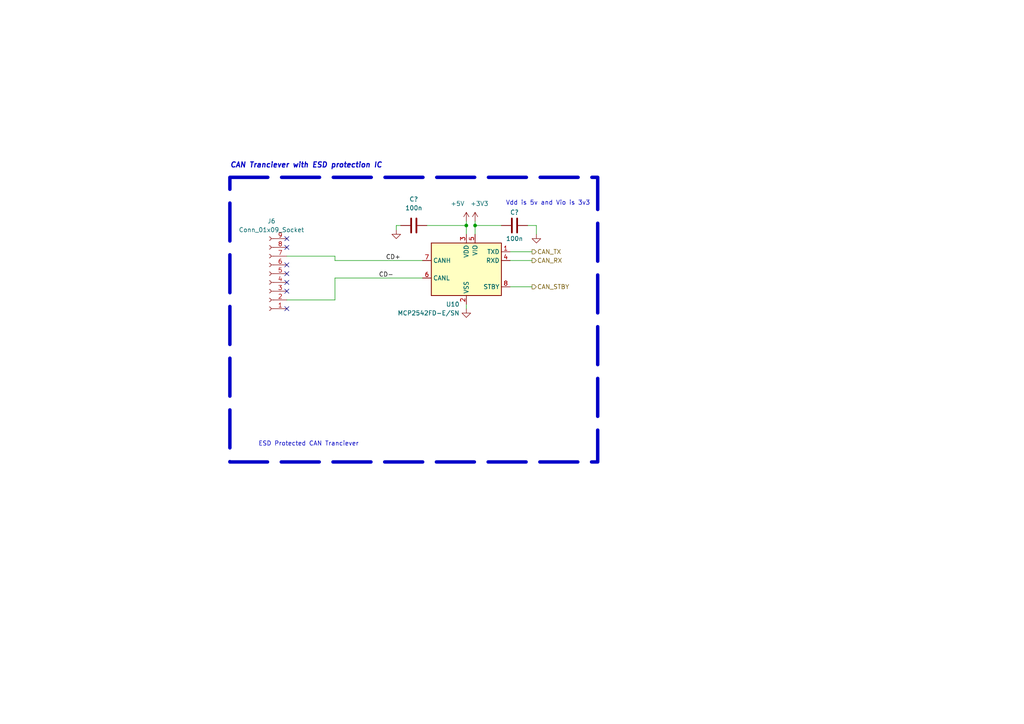
<source format=kicad_sch>
(kicad_sch (version 20230121) (generator eeschema)
  (paper "A4")
  (lib_symbols
    (symbol "Connector:Conn_01x09_Socket" (pin_names (offset 1.016) hide)
      (property "Reference" "J" (at 0 12.7 0))
      (property "Value" "Conn_01x09_Socket" (at 0 -12.7 0))
      (symbol "Conn_01x09_Socket_1_1"
        (arc (start 0 -9.652) (mid -0.5058 -10.16) (end 0 -10.668) (stroke (width 0.1524)))
        (arc (start 0 -7.112) (mid -0.5058 -7.62) (end 0 -8.128) (stroke (width 0.1524)))
        (arc (start 0 -4.572) (mid -0.5058 -5.08) (end 0 -5.588) (stroke (width 0.1524)))
        (arc (start 0 -2.032) (mid -0.5058 -2.54) (end 0 -3.048) (stroke (width 0.1524)))
        (polyline (pts (xy -1.27 -10.16) (xy -0.508 -10.16)) (stroke (width 0.1524)))
        (polyline (pts (xy -1.27 -7.62) (xy -0.508 -7.62)) (stroke (width 0.1524)))
        (polyline (pts (xy -1.27 -5.08) (xy -0.508 -5.08)) (stroke (width 0.1524)))
        (polyline (pts (xy -1.27 -2.54) (xy -0.508 -2.54)) (stroke (width 0.1524)))
        (polyline (pts (xy -1.27 0) (xy -0.508 0)) (stroke (width 0.1524)))
        (polyline (pts (xy -1.27 2.54) (xy -0.508 2.54)) (stroke (width 0.1524)))
        (polyline (pts (xy -1.27 5.08) (xy -0.508 5.08)) (stroke (width 0.1524)))
        (polyline (pts (xy -1.27 7.62) (xy -0.508 7.62)) (stroke (width 0.1524)))
        (polyline (pts (xy -1.27 10.16) (xy -0.508 10.16)) (stroke (width 0.1524)))
        (arc (start 0 0.508) (mid -0.5058 0) (end 0 -0.508) (stroke (width 0.1524)))
        (arc (start 0 3.048) (mid -0.5058 2.54) (end 0 2.032) (stroke (width 0.1524)))
        (arc (start 0 5.588) (mid -0.5058 5.08) (end 0 4.572) (stroke (width 0.1524)))
        (arc (start 0 8.128) (mid -0.5058 7.62) (end 0 7.112) (stroke (width 0.1524)))
        (arc (start 0 10.668) (mid -0.5058 10.16) (end 0 9.652) (stroke (width 0.1524)))
        (pin passive line (at -5.08 10.16 0) (length 3.81) (name "Pin_1") (number "1"))
        (pin passive line (at -5.08 7.62 0) (length 3.81) (name "Pin_2") (number "2"))
        (pin passive line (at -5.08 5.08 0) (length 3.81) (name "Pin_3") (number "3"))
        (pin passive line (at -5.08 2.54 0) (length 3.81) (name "Pin_4") (number "4"))
        (pin passive line (at -5.08 0 0) (length 3.81) (name "Pin_5") (number "5"))
        (pin passive line (at -5.08 -2.54 0) (length 3.81) (name "Pin_6") (number "6"))
        (pin passive line (at -5.08 -5.08 0) (length 3.81) (name "Pin_7") (number "7"))
        (pin passive line (at -5.08 -7.62 0) (length 3.81) (name "Pin_8") (number "8"))
        (pin passive line (at -5.08 -10.16 0) (length 3.81) (name "Pin_9") (number "9"))
      )
    )
    (symbol "Device:C" (pin_numbers hide) (pin_names (offset 0.254))
      (property "Reference" "C" (at 0.635 2.54 0))
      (property "Value" "C" (at 0.635 -2.54 0))
      (symbol "C_0_1"
        (polyline (pts (xy -2.032 -0.762) (xy 2.032 -0.762)) (stroke (width 0.508)))
        (polyline (pts (xy -2.032 0.762) (xy 2.032 0.762)) (stroke (width 0.508)))
      )
      (symbol "C_1_1"
        (pin passive line (at 0 3.81 270) (length 2.794) (name "~") (number "1"))
        (pin passive line (at 0 -3.81 90) (length 2.794) (name "~") (number "2"))
      )
    )
    (symbol "Interface_CAN_LIN:MCP2542FDxMF"
      (property "Reference" "U" (at -10.16 8.89 0))
      (property "Value" "MCP2542FDxMF" (at 2.54 8.89 0))
      (symbol "MCP2542FDxMF_0_1"
        (rectangle (start -10.16 7.62) (end 10.16 -7.62) (stroke (width 0.254)) (fill (type background)))
      )
      (symbol "MCP2542FDxMF_1_1"
        (pin input line (at -12.7 5.08 0) (length 2.54) (name "TXD") (number "1"))
        (pin power_in line (at 0 -10.16 90) (length 2.54) (name "VSS") (number "2"))
        (pin power_in line (at 0 10.16 270) (length 2.54) (name "VDD") (number "3"))
        (pin output line (at -12.7 2.54 0) (length 2.54) (name "RXD") (number "4"))
        (pin power_in line (at -2.54 10.16 270) (length 2.54) (name "VIO") (number "5"))
        (pin bidirectional line (at 12.7 -2.54 180) (length 2.54) (name "CANL") (number "6"))
        (pin bidirectional line (at 12.7 2.54 180) (length 2.54) (name "CANH") (number "7"))
        (pin input line (at -12.7 -5.08 0) (length 2.54) (name "STBY") (number "8"))
        (pin passive line (at 0 -10.16 90) (length 2.54) hide (name "VSS") (number "9"))
      )
    )
    (symbol "power:+3V3" (power) (pin_names (offset 0))
      (property "Value" "+3V3" (at 0 3.556 0))
      (symbol "+3V3_0_1"
        (polyline (pts (xy -0.762 1.27) (xy 0 2.54)))
        (polyline (pts (xy 0 0) (xy 0 2.54)))
        (polyline (pts (xy 0 2.54) (xy 0.762 1.27)))
      )
      (symbol "+3V3_1_1"
        (pin power_in line (at 0 0 90) (length 0) hide (name "+3V3") (number "1"))
      )
    )
    (symbol "power:+5V" (power) (pin_names (offset 0))
      (property "Value" "+5V" (at 0 3.556 0))
      (symbol "+5V_0_1"
        (polyline (pts (xy -0.762 1.27) (xy 0 2.54)))
        (polyline (pts (xy 0 0) (xy 0 2.54)))
        (polyline (pts (xy 0 2.54) (xy 0.762 1.27)))
      )
      (symbol "+5V_1_1"
        (pin power_in line (at 0 0 90) (length 0) hide (name "+5V") (number "1"))
      )
    )
    (symbol "power:GND" (power) (pin_names (offset 0))
      (property "Value" "GND" (at 0 -3.81 0))
      (symbol "GND_0_1"
        (polyline (pts (xy 0 0) (xy 0 -1.27) (xy 1.27 -1.27) (xy 0 -2.54) (xy -1.27 -1.27) (xy 0 -1.27)))
      )
      (symbol "GND_1_1"
        (pin power_in line (at 0 0 270) (length 0) hide (name "GND") (number "1"))
      )
    )
  )
  (junction (at 135.255 65.405))
  (junction (at 137.795 65.405))
  (no_connect (at 83.185 79.375))
  (no_connect (at 83.185 71.755))
  (no_connect (at 83.185 76.835))
  (no_connect (at 83.185 69.215))
  (no_connect (at 83.185 81.915))
  (no_connect (at 83.185 84.455))
  (no_connect (at 83.185 89.535))
  (wire (pts (xy 97.155 80.645) (xy 122.555 80.645)))
  (wire (pts (xy 147.955 75.565) (xy 154.305 75.565)))
  (wire (pts (xy 135.255 64.135) (xy 135.255 65.405)))
  (wire (pts (xy 137.795 65.405) (xy 145.415 65.405)))
  (wire (pts (xy 97.155 86.995) (xy 83.185 86.995)))
  (wire (pts (xy 155.575 67.945) (xy 155.575 65.405)))
  (wire (pts (xy 155.575 65.405) (xy 153.035 65.405)))
  (wire (pts (xy 147.955 73.025) (xy 154.305 73.025)))
  (wire (pts (xy 97.155 74.295) (xy 97.155 75.565)))
  (wire (pts (xy 147.955 83.185) (xy 154.305 83.185)))
  (wire (pts (xy 137.795 64.135) (xy 137.795 65.405)))
  (wire (pts (xy 97.155 80.645) (xy 97.155 86.995)))
  (wire (pts (xy 83.185 74.295) (xy 97.155 74.295)))
  (wire (pts (xy 135.255 88.265) (xy 135.255 89.535)))
  (wire (pts (xy 97.155 75.565) (xy 122.555 75.565)))
  (wire (pts (xy 137.795 65.405) (xy 137.795 67.945)))
  (wire (pts (xy 116.205 65.405) (xy 114.935 65.405)))
  (wire (pts (xy 123.825 65.405) (xy 135.255 65.405)))
  (wire (pts (xy 114.935 65.405) (xy 114.935 66.675)))
  (wire (pts (xy 135.255 65.405) (xy 135.255 67.945)))
  (rectangle (start 66.675 51.435) (end 173.355 133.985) (stroke (width 1) (type dash)))
  (text "ESD Protected CAN Tranciever\n" (at 74.93 129.54 0) (effects (font (size 1.27 1.27)) (justify left bottom)))
  (text "Vdd is 5v and Vio is 3v3\n" (at 146.685 59.69 0) (effects (font (size 1.27 1.27)) (justify left bottom)))
  (text "CAN Tranciever with ESD protection IC" (at 66.675 48.895 0) (effects (font (size 1.5 1.5) (thickness 0.3) bold italic) (justify left bottom)))
  (label "CD-" (at 109.855 80.645 0))
  (label "CD+" (at 116.205 75.565 180))
  (hierarchical_label "CAN_RX" (shape output) (at 154.305 75.565 0))
  (hierarchical_label "CAN_STBY" (shape output) (at 154.305 83.185 0))
  (hierarchical_label "CAN_TX" (shape output) (at 154.305 73.025 0))
  (symbol (lib_id "power:GND") (at 135.255 89.535 0) (unit 1)
    (property "Reference" "#PWR?" (effects hide))
    (property "Value" "GND" (effects hide))
    (instances (project "CAN-USB RF Module" (path "" (reference "#PWR?") (unit 1)) (path "" (reference "#PWR082") (unit 1))) (project "H2 Sensor Board Lucy Rev 1" (path "" (reference "#PWR043") (unit 1))))
  )
  (symbol (lib_id "Interface_CAN_LIN:MCP2542FDxMF") (at 135.255 78.105 0) (mirror y) (unit 1)
    (property "Reference" "U10" (at 133.2991 88.265 0) (effects (justify left)))
    (property "Value" "MCP2542FD-E/SN" (at 133.2991 90.805 0) (effects (justify left)))
    (property "Footprint" "Package_SO:SOIC-8-1EP_3.9x4.9mm_P1.27mm_EP2.29x3mm" (effects hide))
    (property "Datasheet" "http://ww1.microchip.com/downloads/en/DeviceDoc/MCP2542FD-4FD-MCP2542WFD-4WFD-Data-Sheet20005514B.pdf" (effects hide))
    (property "LCSC #" "C220598" (effects hide))
    (property "JLCPCB Part#(optional)" "C220598" (effects hide))
    (property "DK #" "MCP2542FD-E/SN-ND" (effects hide))
    (instances (project "CAN-USB RF Module" (path "" (reference "U10") (unit 1))) (project "H2 Sensor Board Lucy Rev 1" (path "" (reference "U7") (unit 1))))
  )
  (symbol (lib_id "Device:C") (at 149.225 65.405 270) (unit 1)
    (property "Reference" "C?" (at 149.225 61.595 90))
    (property "Value" "100n" (at 149.225 69.215 90))
    (property "Footprint" "Capacitor_SMD:C_0603_1608Metric" (effects hide))
    (property "LCSC #" "C1591" (effects hide))
    (property "JLCPCB Part#(optional)" "C1591" (effects hide))
    (property "DK #" "490-14603-1-ND" (effects hide))
    (instances (project "CAN-USB RF Module" (path "" (reference "C?") (unit 1)) (path "" (reference "C46") (unit 1))) (project "H2 Sensor Board Lucy Rev 1" (path "" (reference "C5") (unit 1))))
  )
  (symbol (lib_id "power:GND") (at 155.575 67.945 0) (unit 1)
    (property "Reference" "#PWR?" (effects hide))
    (property "Value" "GND" (effects hide))
    (instances (project "CAN-USB RF Module" (path "" (reference "#PWR?") (unit 1)) (path "" (reference "#PWR084") (unit 1))) (project "H2 Sensor Board Lucy Rev 1" (path "" (reference "#PWR050") (unit 1))))
  )
  (symbol (lib_id "power:+5V") (at 135.255 64.135 0) (unit 1)
    (property "Reference" "#PWR081" (effects hide))
    (property "Value" "+5V" (at 132.715 59.055 0))
    (instances (project "CAN-USB RF Module" (path "" (reference "#PWR081") (unit 1))) (project "H2 Sensor Board Lucy Rev 1" (path "" (reference "#PWR013") (unit 1))))
  )
  (symbol (lib_id "power:+3V3") (at 137.795 64.135 0) (unit 1)
    (property "Reference" "#PWR083" (effects hide))
    (property "Value" "+3V3" (at 139.065 59.055 0))
    (instances (project "CAN-USB RF Module" (path "" (reference "#PWR083") (unit 1))) (project "H2 Sensor Board Lucy Rev 1" (path "" (reference "#PWR044") (unit 1))))
  )
  (symbol (lib_id "power:GND") (at 114.935 66.675 0) (unit 1)
    (property "Reference" "#PWR?" (effects hide))
    (property "Value" "GND" (effects hide))
    (instances (project "CAN-USB RF Module" (path "" (reference "#PWR?") (unit 1)) (path "" (reference "#PWR080") (unit 1))) (project "H2 Sensor Board Lucy Rev 1" (path "" (reference "#PWR012") (unit 1))))
  )
  (symbol (lib_id "Connector:Conn_01x09_Socket") (at 78.105 79.375 180) (unit 1)
    (property "Reference" "J6" (at 78.74 64.135 0))
    (property "Value" "Conn_01x09_Socket" (at 78.74 66.675 0))
    (property "Footprint" "Connector_Dsub:DSUB-9_Female_Horizontal_P2.77x2.84mm_EdgePinOffset7.70mm_Housed_MountingHolesOffset9.12mm" (effects hide))
    (property "LCSC #" "C305941" (effects hide))
    (property "JLCPCB Part#(optional)" "C305941" (effects hide))
    (instances (project "CAN-USB RF Module" (path "" (reference "J6") (unit 1))) (project "H2 Sensor Board Lucy Rev 1" (path "" (reference "J4") (unit 1))))
  )
  (symbol (lib_id "Device:C") (at 120.015 65.405 90) (unit 1)
    (property "Reference" "C?" (at 120.015 57.785 90))
    (property "Value" "100n" (at 120.015 60.325 90))
    (property "Footprint" "Capacitor_SMD:C_0603_1608Metric" (effects hide))
    (property "LCSC #" "C1591" (effects hide))
    (property "JLCPCB Part#(optional)" "C1591" (effects hide))
    (property "DK #" "490-14603-1-ND" (effects hide))
    (instances (project "CAN-USB RF Module" (path "" (reference "C?") (unit 1)) (path "" (reference "C45") (unit 1))) (project "H2 Sensor Board Lucy Rev 1" (path "" (reference "C4") (unit 1))))
  )
)
</source>
